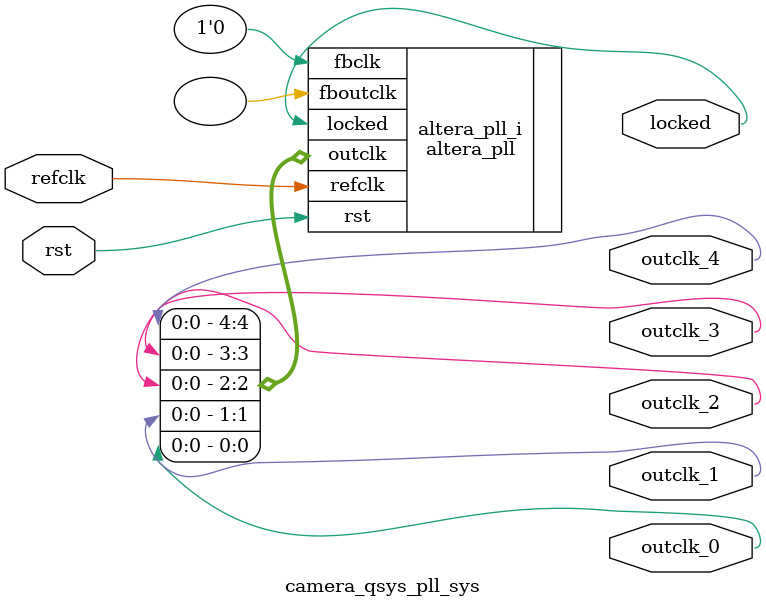
<source format=v>
`timescale 1ns/10ps
module  camera_qsys_pll_sys(

	// interface 'refclk'
	input wire refclk,

	// interface 'reset'
	input wire rst,

	// interface 'outclk0'
	output wire outclk_0,

	// interface 'outclk1'
	output wire outclk_1,

	// interface 'outclk2'
	output wire outclk_2,

	// interface 'outclk3'
	output wire outclk_3,

	// interface 'outclk4'
	output wire outclk_4,

	// interface 'locked'
	output wire locked
);

	altera_pll #(
		.fractional_vco_multiplier("false"),
		.reference_clock_frequency("50.0 MHz"),
		.operation_mode("normal"),
		.number_of_clocks(5),
		.output_clock_frequency0("120.000000 MHz"),
		.phase_shift0("0 ps"),
		.duty_cycle0(50),
		.output_clock_frequency1("120.000000 MHz"),
		.phase_shift1("6250 ps"),
		.duty_cycle1(50),
		.output_clock_frequency2("120.000000 MHz"),
		.phase_shift2("0 ps"),
		.duty_cycle2(50),
		.output_clock_frequency3("33.333333 MHz"),
		.phase_shift3("0 ps"),
		.duty_cycle3(50),
		.output_clock_frequency4("20.000000 MHz"),
		.phase_shift4("0 ps"),
		.duty_cycle4(50),
		.output_clock_frequency5("0 MHz"),
		.phase_shift5("0 ps"),
		.duty_cycle5(50),
		.output_clock_frequency6("0 MHz"),
		.phase_shift6("0 ps"),
		.duty_cycle6(50),
		.output_clock_frequency7("0 MHz"),
		.phase_shift7("0 ps"),
		.duty_cycle7(50),
		.output_clock_frequency8("0 MHz"),
		.phase_shift8("0 ps"),
		.duty_cycle8(50),
		.output_clock_frequency9("0 MHz"),
		.phase_shift9("0 ps"),
		.duty_cycle9(50),
		.output_clock_frequency10("0 MHz"),
		.phase_shift10("0 ps"),
		.duty_cycle10(50),
		.output_clock_frequency11("0 MHz"),
		.phase_shift11("0 ps"),
		.duty_cycle11(50),
		.output_clock_frequency12("0 MHz"),
		.phase_shift12("0 ps"),
		.duty_cycle12(50),
		.output_clock_frequency13("0 MHz"),
		.phase_shift13("0 ps"),
		.duty_cycle13(50),
		.output_clock_frequency14("0 MHz"),
		.phase_shift14("0 ps"),
		.duty_cycle14(50),
		.output_clock_frequency15("0 MHz"),
		.phase_shift15("0 ps"),
		.duty_cycle15(50),
		.output_clock_frequency16("0 MHz"),
		.phase_shift16("0 ps"),
		.duty_cycle16(50),
		.output_clock_frequency17("0 MHz"),
		.phase_shift17("0 ps"),
		.duty_cycle17(50),
		.pll_type("General"),
		.pll_subtype("General")
	) altera_pll_i (
		.rst	(rst),
		.outclk	({outclk_4, outclk_3, outclk_2, outclk_1, outclk_0}),
		.locked	(locked),
		.fboutclk	( ),
		.fbclk	(1'b0),
		.refclk	(refclk)
	);
endmodule


</source>
